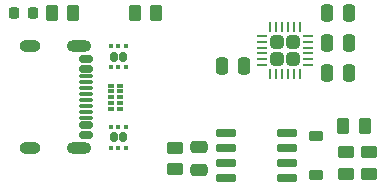
<source format=gbr>
%TF.GenerationSoftware,KiCad,Pcbnew,8.0.2*%
%TF.CreationDate,2025-03-04T21:54:34+01:00*%
%TF.ProjectId,USB-C_PD_Module,5553422d-435f-4504-945f-4d6f64756c65,rev?*%
%TF.SameCoordinates,Original*%
%TF.FileFunction,Paste,Top*%
%TF.FilePolarity,Positive*%
%FSLAX46Y46*%
G04 Gerber Fmt 4.6, Leading zero omitted, Abs format (unit mm)*
G04 Created by KiCad (PCBNEW 8.0.2) date 2025-03-04 21:54:34*
%MOMM*%
%LPD*%
G01*
G04 APERTURE LIST*
G04 Aperture macros list*
%AMRoundRect*
0 Rectangle with rounded corners*
0 $1 Rounding radius*
0 $2 $3 $4 $5 $6 $7 $8 $9 X,Y pos of 4 corners*
0 Add a 4 corners polygon primitive as box body*
4,1,4,$2,$3,$4,$5,$6,$7,$8,$9,$2,$3,0*
0 Add four circle primitives for the rounded corners*
1,1,$1+$1,$2,$3*
1,1,$1+$1,$4,$5*
1,1,$1+$1,$6,$7*
1,1,$1+$1,$8,$9*
0 Add four rect primitives between the rounded corners*
20,1,$1+$1,$2,$3,$4,$5,0*
20,1,$1+$1,$4,$5,$6,$7,0*
20,1,$1+$1,$6,$7,$8,$9,0*
20,1,$1+$1,$8,$9,$2,$3,0*%
G04 Aperture macros list end*
%ADD10RoundRect,0.250000X-0.250000X-0.475000X0.250000X-0.475000X0.250000X0.475000X-0.250000X0.475000X0*%
%ADD11RoundRect,0.250000X-0.305000X0.305000X-0.305000X-0.305000X0.305000X-0.305000X0.305000X0.305000X0*%
%ADD12RoundRect,0.062500X-0.062500X0.337500X-0.062500X-0.337500X0.062500X-0.337500X0.062500X0.337500X0*%
%ADD13RoundRect,0.062500X-0.337500X0.062500X-0.337500X-0.062500X0.337500X-0.062500X0.337500X0.062500X0*%
%ADD14RoundRect,0.150000X-0.425000X0.150000X-0.425000X-0.150000X0.425000X-0.150000X0.425000X0.150000X0*%
%ADD15RoundRect,0.075000X-0.500000X0.075000X-0.500000X-0.075000X0.500000X-0.075000X0.500000X0.075000X0*%
%ADD16O,2.100000X1.000000*%
%ADD17O,1.800000X1.000000*%
%ADD18RoundRect,0.225000X0.375000X-0.225000X0.375000X0.225000X-0.375000X0.225000X-0.375000X-0.225000X0*%
%ADD19RoundRect,0.250000X-0.262500X-0.450000X0.262500X-0.450000X0.262500X0.450000X-0.262500X0.450000X0*%
%ADD20RoundRect,0.250000X0.250000X0.475000X-0.250000X0.475000X-0.250000X-0.475000X0.250000X-0.475000X0*%
%ADD21RoundRect,0.150000X0.725000X0.150000X-0.725000X0.150000X-0.725000X-0.150000X0.725000X-0.150000X0*%
%ADD22RoundRect,0.250000X-0.450000X0.262500X-0.450000X-0.262500X0.450000X-0.262500X0.450000X0.262500X0*%
%ADD23RoundRect,0.160000X0.160000X-0.245000X0.160000X0.245000X-0.160000X0.245000X-0.160000X-0.245000X0*%
%ADD24RoundRect,0.093750X0.106250X-0.093750X0.106250X0.093750X-0.106250X0.093750X-0.106250X-0.093750X0*%
%ADD25RoundRect,0.218750X-0.218750X-0.256250X0.218750X-0.256250X0.218750X0.256250X-0.218750X0.256250X0*%
%ADD26RoundRect,0.250000X0.450000X-0.262500X0.450000X0.262500X-0.450000X0.262500X-0.450000X-0.262500X0*%
%ADD27RoundRect,0.250000X0.475000X-0.250000X0.475000X0.250000X-0.475000X0.250000X-0.475000X-0.250000X0*%
%ADD28RoundRect,0.075000X-0.200000X0.075000X-0.200000X-0.075000X0.200000X-0.075000X0.200000X0.075000X0*%
%ADD29RoundRect,0.250000X0.262500X0.450000X-0.262500X0.450000X-0.262500X-0.450000X0.262500X-0.450000X0*%
%ADD30RoundRect,0.160000X-0.160000X0.245000X-0.160000X-0.245000X0.160000X-0.245000X0.160000X0.245000X0*%
%ADD31RoundRect,0.093750X-0.106250X0.093750X-0.106250X-0.093750X0.106250X-0.093750X0.106250X0.093750X0*%
G04 APERTURE END LIST*
D10*
%TO.C,C1*%
X168472100Y-107498401D03*
X170372100Y-107498401D03*
%TD*%
D11*
%TO.C,U4*%
X165612100Y-104903401D03*
X164232100Y-104903401D03*
X165612100Y-106283401D03*
X164232100Y-106283401D03*
D12*
X166172100Y-103618401D03*
X165672100Y-103618401D03*
X165172100Y-103618401D03*
X164672100Y-103618401D03*
X164172100Y-103618401D03*
X163672100Y-103618401D03*
D13*
X162947100Y-104343401D03*
X162947100Y-104843401D03*
X162947100Y-105343401D03*
X162947100Y-105843401D03*
X162947100Y-106343401D03*
X162947100Y-106843401D03*
D12*
X163672100Y-107568401D03*
X164172100Y-107568401D03*
X164672100Y-107568401D03*
X165172100Y-107568401D03*
X165672100Y-107568401D03*
X166172100Y-107568401D03*
D13*
X166897100Y-106843401D03*
X166897100Y-106343401D03*
X166897100Y-105843401D03*
X166897100Y-105343401D03*
X166897100Y-104843401D03*
X166897100Y-104343401D03*
%TD*%
D14*
%TO.C,J1*%
X148084600Y-106330401D03*
X148084600Y-107130401D03*
D15*
X148084600Y-108280401D03*
X148084600Y-109280401D03*
X148084600Y-109780401D03*
X148084600Y-110780401D03*
D14*
X148084600Y-111930401D03*
X148084600Y-112730401D03*
X148084600Y-112730401D03*
X148084600Y-111930401D03*
D15*
X148084600Y-111280401D03*
X148084600Y-110280401D03*
X148084600Y-108780401D03*
X148084600Y-107780401D03*
D14*
X148084600Y-107130401D03*
X148084600Y-106330401D03*
D16*
X147509600Y-105210401D03*
D17*
X143329600Y-105210401D03*
D16*
X147509600Y-113850401D03*
D17*
X143329600Y-113850401D03*
%TD*%
D10*
%TO.C,C3*%
X168472100Y-104958401D03*
X170372100Y-104958401D03*
%TD*%
D18*
%TO.C,D1*%
X167583600Y-116133401D03*
X167583600Y-112833401D03*
%TD*%
D19*
%TO.C,R2*%
X145184600Y-102418401D03*
X147009600Y-102418401D03*
%TD*%
D20*
%TO.C,C4*%
X161482100Y-106863401D03*
X159582100Y-106863401D03*
%TD*%
D10*
%TO.C,C2*%
X168472100Y-102418401D03*
X170372100Y-102418401D03*
%TD*%
D21*
%TO.C,Q1*%
X165078600Y-116388401D03*
X165078600Y-115118401D03*
X165078600Y-113848401D03*
X165078600Y-112578401D03*
X159928600Y-112578401D03*
X159928600Y-113848401D03*
X159928600Y-115118401D03*
X159928600Y-116388401D03*
%TD*%
D22*
%TO.C,R6*%
X172028600Y-114205901D03*
X172028600Y-116030901D03*
%TD*%
D23*
%TO.C,U2*%
X150419600Y-112928401D03*
X151219600Y-112928401D03*
D24*
X150169600Y-113815901D03*
X150819600Y-113815901D03*
X151469600Y-113815901D03*
X151469600Y-112040901D03*
X150819600Y-112040901D03*
X150169600Y-112040901D03*
%TD*%
D25*
%TO.C,D2*%
X142007600Y-102418401D03*
X143582600Y-102418401D03*
%TD*%
D26*
%TO.C,R3*%
X155645600Y-115649901D03*
X155645600Y-113824901D03*
%TD*%
D27*
%TO.C,C5*%
X157677600Y-115687401D03*
X157677600Y-113787401D03*
%TD*%
D19*
%TO.C,R5*%
X169846100Y-111943401D03*
X171671100Y-111943401D03*
%TD*%
D28*
%TO.C,U1*%
X150184600Y-108560401D03*
X150184600Y-109060401D03*
X150184600Y-109560401D03*
X150184600Y-110060401D03*
X150184600Y-110560401D03*
X150954600Y-110560401D03*
X150954600Y-110060401D03*
X150954600Y-109560401D03*
X150954600Y-109060401D03*
X150954600Y-108560401D03*
%TD*%
D29*
%TO.C,R1*%
X154018100Y-102418401D03*
X152193100Y-102418401D03*
%TD*%
D26*
%TO.C,R4*%
X170123600Y-116030901D03*
X170123600Y-114205901D03*
%TD*%
D30*
%TO.C,U3*%
X151219600Y-106101401D03*
X150419600Y-106101401D03*
D31*
X151469600Y-105213901D03*
X150819600Y-105213901D03*
X150169600Y-105213901D03*
X150169600Y-106988901D03*
X150819600Y-106988901D03*
X151469600Y-106988901D03*
%TD*%
M02*

</source>
